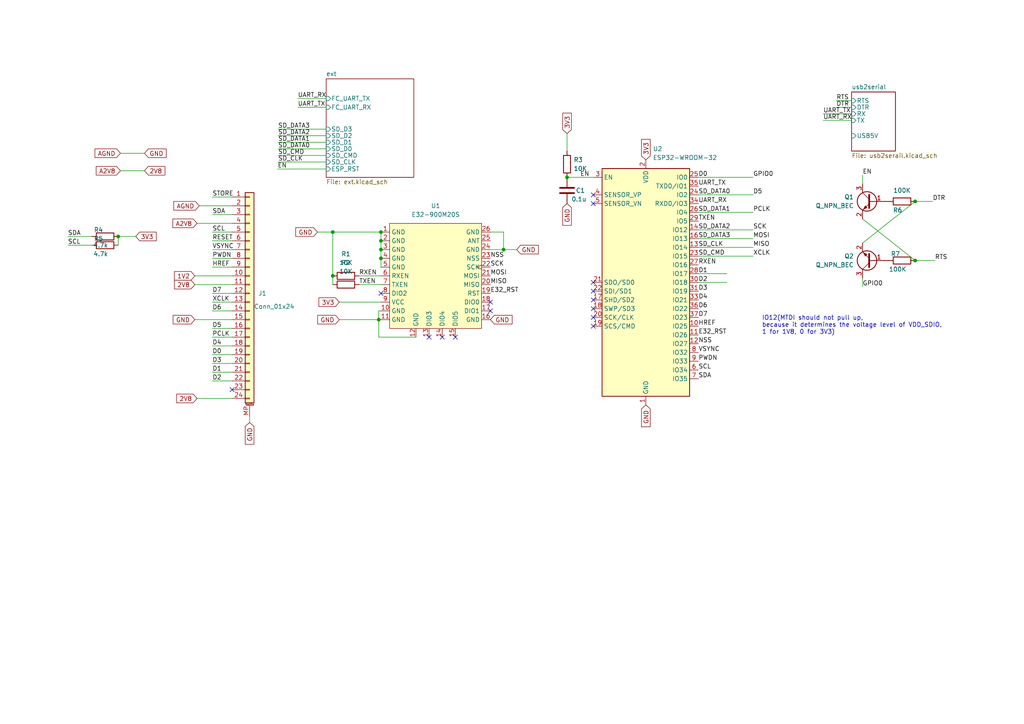
<source format=kicad_sch>
(kicad_sch (version 20211123) (generator eeschema)
  (paper "A4")
  (lib_symbols
    (symbol "Connector_Generic_MountingPin:Conn_01x24_MountingPin" (pin_names (offset 1.016) hide)
      (property "Reference" "J" (at 0 30.48 0))
      (property "Value" "Conn_01x24_MountingPin" (at 1.27 -33.02 0))
      (symbol "Conn_01x24_MountingPin_1_1"
        (rectangle (start -1.27 -30.353) (end 0 -30.607) (stroke (width 0.1524)))
        (rectangle (start -1.27 -27.813) (end 0 -28.067) (stroke (width 0.1524)))
        (rectangle (start -1.27 -25.273) (end 0 -25.527) (stroke (width 0.1524)))
        (rectangle (start -1.27 -22.733) (end 0 -22.987) (stroke (width 0.1524)))
        (rectangle (start -1.27 -20.193) (end 0 -20.447) (stroke (width 0.1524)))
        (rectangle (start -1.27 -17.653) (end 0 -17.907) (stroke (width 0.1524)))
        (rectangle (start -1.27 -15.113) (end 0 -15.367) (stroke (width 0.1524)))
        (rectangle (start -1.27 -12.573) (end 0 -12.827) (stroke (width 0.1524)))
        (rectangle (start -1.27 -10.033) (end 0 -10.287) (stroke (width 0.1524)))
        (rectangle (start -1.27 -7.493) (end 0 -7.747) (stroke (width 0.1524)))
        (rectangle (start -1.27 -4.953) (end 0 -5.207) (stroke (width 0.1524)))
        (rectangle (start -1.27 -2.413) (end 0 -2.667) (stroke (width 0.1524)))
        (rectangle (start -1.27 0.127) (end 0 -0.127) (stroke (width 0.1524)))
        (rectangle (start -1.27 2.667) (end 0 2.413) (stroke (width 0.1524)))
        (rectangle (start -1.27 5.207) (end 0 4.953) (stroke (width 0.1524)))
        (rectangle (start -1.27 7.747) (end 0 7.493) (stroke (width 0.1524)))
        (rectangle (start -1.27 10.287) (end 0 10.033) (stroke (width 0.1524)))
        (rectangle (start -1.27 12.827) (end 0 12.573) (stroke (width 0.1524)))
        (rectangle (start -1.27 15.367) (end 0 15.113) (stroke (width 0.1524)))
        (rectangle (start -1.27 17.907) (end 0 17.653) (stroke (width 0.1524)))
        (rectangle (start -1.27 20.447) (end 0 20.193) (stroke (width 0.1524)))
        (rectangle (start -1.27 22.987) (end 0 22.733) (stroke (width 0.1524)))
        (rectangle (start -1.27 25.527) (end 0 25.273) (stroke (width 0.1524)))
        (rectangle (start -1.27 28.067) (end 0 27.813) (stroke (width 0.1524)))
        (rectangle (start -1.27 29.21) (end 1.27 -31.75) (stroke (width 0.254)) (fill (type background)))
        (polyline (pts (xy -1.016 -32.512) (xy 1.016 -32.512)) (stroke (width 0.1524)))
        (text "Mounting" (at 0 -32.131 0) (effects (font (size 0.381 0.381))))
        (pin passive line (at -5.08 27.94 0) (length 3.81) (name "Pin_1") (number "1"))
        (pin passive line (at -5.08 5.08 0) (length 3.81) (name "Pin_10") (number "10"))
        (pin passive line (at -5.08 2.54 0) (length 3.81) (name "Pin_11") (number "11"))
        (pin passive line (at -5.08 0 0) (length 3.81) (name "Pin_12") (number "12"))
        (pin passive line (at -5.08 -2.54 0) (length 3.81) (name "Pin_13") (number "13"))
        (pin passive line (at -5.08 -5.08 0) (length 3.81) (name "Pin_14") (number "14"))
        (pin passive line (at -5.08 -7.62 0) (length 3.81) (name "Pin_15") (number "15"))
        (pin passive line (at -5.08 -10.16 0) (length 3.81) (name "Pin_16") (number "16"))
        (pin passive line (at -5.08 -12.7 0) (length 3.81) (name "Pin_17") (number "17"))
        (pin passive line (at -5.08 -15.24 0) (length 3.81) (name "Pin_18") (number "18"))
        (pin passive line (at -5.08 -17.78 0) (length 3.81) (name "Pin_19") (number "19"))
        (pin passive line (at -5.08 25.4 0) (length 3.81) (name "Pin_2") (number "2"))
        (pin passive line (at -5.08 -20.32 0) (length 3.81) (name "Pin_20") (number "20"))
        (pin passive line (at -5.08 -22.86 0) (length 3.81) (name "Pin_21") (number "21"))
        (pin passive line (at -5.08 -25.4 0) (length 3.81) (name "Pin_22") (number "22"))
        (pin passive line (at -5.08 -27.94 0) (length 3.81) (name "Pin_23") (number "23"))
        (pin passive line (at -5.08 -30.48 0) (length 3.81) (name "Pin_24") (number "24"))
        (pin passive line (at -5.08 22.86 0) (length 3.81) (name "Pin_3") (number "3"))
        (pin passive line (at -5.08 20.32 0) (length 3.81) (name "Pin_4") (number "4"))
        (pin passive line (at -5.08 17.78 0) (length 3.81) (name "Pin_5") (number "5"))
        (pin passive line (at -5.08 15.24 0) (length 3.81) (name "Pin_6") (number "6"))
        (pin passive line (at -5.08 12.7 0) (length 3.81) (name "Pin_7") (number "7"))
        (pin passive line (at -5.08 10.16 0) (length 3.81) (name "Pin_8") (number "8"))
        (pin passive line (at -5.08 7.62 0) (length 3.81) (name "Pin_9") (number "9"))
        (pin passive line (at 0 -35.56 90) (length 3.048) (name "MountPin") (number "MP"))
      )
    )
    (symbol "Device:C" (pin_numbers hide) (pin_names (offset 0.254))
      (property "Reference" "C" (at 0.635 2.54 0))
      (property "Value" "C" (at 0.635 -2.54 0))
      (symbol "C_0_1"
        (polyline (pts (xy -2.032 -0.762) (xy 2.032 -0.762)) (stroke (width 0.508)))
        (polyline (pts (xy -2.032 0.762) (xy 2.032 0.762)) (stroke (width 0.508)))
      )
      (symbol "C_1_1"
        (pin passive line (at 0 3.81 270) (length 2.794) (name "~") (number "1"))
        (pin passive line (at 0 -3.81 90) (length 2.794) (name "~") (number "2"))
      )
    )
    (symbol "Device:Q_NPN_BEC" (pin_names (offset 0) hide)
      (property "Reference" "Q" (at 5.08 1.27 0))
      (property "Value" "Q_NPN_BEC" (at 5.08 -1.27 0))
      (symbol "Q_NPN_BEC_0_1"
        (polyline (pts (xy 0.635 0.635) (xy 2.54 2.54)))
        (polyline (pts (xy 0.635 -0.635) (xy 2.54 -2.54) (xy 2.54 -2.54)))
        (polyline (pts (xy 0.635 1.905) (xy 0.635 -1.905) (xy 0.635 -1.905)) (stroke (width 0.508)))
        (polyline (pts (xy 1.27 -1.778) (xy 1.778 -1.27) (xy 2.286 -2.286) (xy 1.27 -1.778) (xy 1.27 -1.778)) (fill (type outline)))
        (circle (center 1.27 0) (radius 2.8194) (stroke (width 0.254)))
      )
      (symbol "Q_NPN_BEC_1_1"
        (pin input line (at -5.08 0 0) (length 5.715) (name "B") (number "1"))
        (pin passive line (at 2.54 -5.08 90) (length 2.54) (name "E") (number "2"))
        (pin passive line (at 2.54 5.08 270) (length 2.54) (name "C") (number "3"))
      )
    )
    (symbol "Device:R" (pin_numbers hide) (pin_names (offset 0))
      (property "Reference" "R" (at 2.032 0 90))
      (property "Value" "R" (at 0 0 90))
      (symbol "R_0_1"
        (rectangle (start -1.016 -2.54) (end 1.016 2.54) (stroke (width 0.254)))
      )
      (symbol "R_1_1"
        (pin passive line (at 0 3.81 270) (length 1.27) (name "~") (number "1"))
        (pin passive line (at 0 -3.81 90) (length 1.27) (name "~") (number "2"))
      )
    )
    (symbol "RF_Module:ESP32-WROOM-32"
      (property "Reference" "U" (at -12.7 34.29 0))
      (property "Value" "ESP32-WROOM-32" (at 1.27 34.29 0))
      (symbol "ESP32-WROOM-32_0_1"
        (rectangle (start -12.7 33.02) (end 12.7 -33.02) (stroke (width 0.254)) (fill (type background)))
      )
      (symbol "ESP32-WROOM-32_1_1"
        (pin power_in line (at 0 -35.56 90) (length 2.54) (name "GND") (number "1"))
        (pin bidirectional line (at 15.24 -12.7 180) (length 2.54) (name "IO25") (number "10"))
        (pin bidirectional line (at 15.24 -15.24 180) (length 2.54) (name "IO26") (number "11"))
        (pin bidirectional line (at 15.24 -17.78 180) (length 2.54) (name "IO27") (number "12"))
        (pin bidirectional line (at 15.24 10.16 180) (length 2.54) (name "IO14") (number "13"))
        (pin bidirectional line (at 15.24 15.24 180) (length 2.54) (name "IO12") (number "14"))
        (pin passive line (at 0 -35.56 90) (length 2.54) hide (name "GND") (number "15"))
        (pin bidirectional line (at 15.24 12.7 180) (length 2.54) (name "IO13") (number "16"))
        (pin bidirectional line (at -15.24 -5.08 0) (length 2.54) (name "SHD/SD2") (number "17"))
        (pin bidirectional line (at -15.24 -7.62 0) (length 2.54) (name "SWP/SD3") (number "18"))
        (pin bidirectional line (at -15.24 -12.7 0) (length 2.54) (name "SCS/CMD") (number "19"))
        (pin power_in line (at 0 35.56 270) (length 2.54) (name "VDD") (number "2"))
        (pin bidirectional line (at -15.24 -10.16 0) (length 2.54) (name "SCK/CLK") (number "20"))
        (pin bidirectional line (at -15.24 0 0) (length 2.54) (name "SDO/SD0") (number "21"))
        (pin bidirectional line (at -15.24 -2.54 0) (length 2.54) (name "SDI/SD1") (number "22"))
        (pin bidirectional line (at 15.24 7.62 180) (length 2.54) (name "IO15") (number "23"))
        (pin bidirectional line (at 15.24 25.4 180) (length 2.54) (name "IO2") (number "24"))
        (pin bidirectional line (at 15.24 30.48 180) (length 2.54) (name "IO0") (number "25"))
        (pin bidirectional line (at 15.24 20.32 180) (length 2.54) (name "IO4") (number "26"))
        (pin bidirectional line (at 15.24 5.08 180) (length 2.54) (name "IO16") (number "27"))
        (pin bidirectional line (at 15.24 2.54 180) (length 2.54) (name "IO17") (number "28"))
        (pin bidirectional line (at 15.24 17.78 180) (length 2.54) (name "IO5") (number "29"))
        (pin input line (at -15.24 30.48 0) (length 2.54) (name "EN") (number "3"))
        (pin bidirectional line (at 15.24 0 180) (length 2.54) (name "IO18") (number "30"))
        (pin bidirectional line (at 15.24 -2.54 180) (length 2.54) (name "IO19") (number "31"))
        (pin no_connect line (at -12.7 -27.94 0) (length 2.54) hide (name "NC") (number "32"))
        (pin bidirectional line (at 15.24 -5.08 180) (length 2.54) (name "IO21") (number "33"))
        (pin bidirectional line (at 15.24 22.86 180) (length 2.54) (name "RXD0/IO3") (number "34"))
        (pin bidirectional line (at 15.24 27.94 180) (length 2.54) (name "TXD0/IO1") (number "35"))
        (pin bidirectional line (at 15.24 -7.62 180) (length 2.54) (name "IO22") (number "36"))
        (pin bidirectional line (at 15.24 -10.16 180) (length 2.54) (name "IO23") (number "37"))
        (pin passive line (at 0 -35.56 90) (length 2.54) hide (name "GND") (number "38"))
        (pin passive line (at 0 -35.56 90) (length 2.54) hide (name "GND") (number "39"))
        (pin input line (at -15.24 25.4 0) (length 2.54) (name "SENSOR_VP") (number "4"))
        (pin input line (at -15.24 22.86 0) (length 2.54) (name "SENSOR_VN") (number "5"))
        (pin input line (at 15.24 -25.4 180) (length 2.54) (name "IO34") (number "6"))
        (pin input line (at 15.24 -27.94 180) (length 2.54) (name "IO35") (number "7"))
        (pin bidirectional line (at 15.24 -20.32 180) (length 2.54) (name "IO32") (number "8"))
        (pin bidirectional line (at 15.24 -22.86 180) (length 2.54) (name "IO33") (number "9"))
      )
    )
    (symbol "modules:E32-900M20S"
      (property "Reference" "U?" (at 13.335 11.43 0))
      (property "Value" "E32-900M20S" (at 13.335 8.89 0))
      (symbol "E32-900M20S_0_0"
        (pin power_in line (at -2.54 -19.05 0) (length 2.54) (name "GND") (number "10"))
        (pin power_in line (at -2.54 -21.59 0) (length 2.54) (name "GND") (number "11"))
        (pin power_in line (at 7.62 -26.67 90) (length 2.54) (name "GND") (number "12"))
        (pin power_in line (at 11.43 -26.67 90) (length 2.54) (name "DIO3") (number "13"))
        (pin power_in line (at 15.24 -26.67 90) (length 2.54) (name "DIO4") (number "14"))
        (pin power_in line (at 19.05 -26.67 90) (length 2.54) (name "DIO5") (number "15"))
        (pin power_in line (at 29.21 -21.59 180) (length 2.54) (name "GND") (number "16"))
        (pin output line (at 29.21 -19.05 180) (length 2.54) (name "DIO1") (number "17"))
        (pin output line (at 29.21 -16.51 180) (length 2.54) (name "DIO0") (number "18"))
        (pin input line (at 29.21 -13.97 180) (length 2.54) (name "RST") (number "19"))
        (pin power_in line (at -2.54 1.27 0) (length 2.54) (name "GND") (number "2"))
        (pin output line (at 29.21 -11.43 180) (length 2.54) (name "MISO") (number "20"))
        (pin input line (at 29.21 -8.89 180) (length 2.54) (name "MOSI") (number "21"))
        (pin input clock (at 29.21 -6.35 180) (length 2.54) (name "SCK") (number "22"))
        (pin input line (at 29.21 -3.81 180) (length 2.54) (name "NSS") (number "23"))
        (pin power_in line (at 29.21 -1.27 180) (length 2.54) (name "GND") (number "24"))
        (pin output line (at 29.21 1.27 180) (length 2.54) (name "ANT") (number "25"))
        (pin power_in line (at 29.21 3.81 180) (length 2.54) (name "GND") (number "26"))
        (pin power_in line (at -2.54 -1.27 0) (length 2.54) (name "GND") (number "3"))
        (pin power_in line (at -2.54 -3.81 0) (length 2.54) (name "GND") (number "4"))
        (pin power_in line (at -2.54 -6.35 0) (length 2.54) (name "GND") (number "5"))
        (pin input line (at -2.54 -8.89 0) (length 2.54) (name "RXEN") (number "6"))
        (pin input line (at -2.54 -11.43 0) (length 2.54) (name "TXEN") (number "7"))
        (pin output line (at -2.54 -13.97 0) (length 2.54) (name "DIO2") (number "8"))
        (pin power_in line (at -2.54 -16.51 0) (length 2.54) (name "VCC") (number "9"))
      )
      (symbol "E32-900M20S_0_1"
        (rectangle (start 0 6.35) (end 26.67 -24.13) (fill (type background)))
      )
      (symbol "E32-900M20S_1_1"
        (pin power_in line (at -2.54 3.81 0) (length 2.54) (name "GND") (number "1"))
      )
    )
  )
  (junction (at 96.52 80.01))
  (junction (at 109.855 92.71))
  (junction (at 110.49 67.31))
  (junction (at 164.465 51.435))
  (junction (at 110.49 72.39))
  (junction (at 96.52 67.31))
  (junction (at 146.05 72.39))
  (junction (at 34.29 68.58))
  (junction (at 265.43 75.565))
  (junction (at 110.49 74.93))
  (junction (at 110.49 69.85))
  (junction (at 265.43 58.42))
  (no_connect (at 172.085 94.615))
  (no_connect (at 142.24 90.17))
  (no_connect (at 142.24 87.63))
  (no_connect (at 110.49 85.09))
  (no_connect (at 132.08 97.79))
  (no_connect (at 124.46 97.79))
  (no_connect (at 128.27 97.79))
  (no_connect (at 172.085 56.515))
  (no_connect (at 172.085 59.055))
  (no_connect (at 172.085 81.915))
  (no_connect (at 172.085 84.455))
  (no_connect (at 172.085 86.995))
  (no_connect (at 172.085 89.535))
  (no_connect (at 172.085 92.075))
  (no_connect (at 67.31 113.03))
  (wire (pts (xy 57.785 59.69) (xy 67.31 59.69)))
  (wire (pts (xy 104.14 82.55) (xy 110.49 82.55)))
  (wire (pts (xy 61.595 97.79) (xy 67.31 97.79)))
  (wire (pts (xy 110.49 90.17) (xy 109.855 90.17)))
  (wire (pts (xy 61.595 67.31) (xy 67.31 67.31)))
  (wire (pts (xy 61.595 90.17) (xy 67.31 90.17)))
  (wire (pts (xy 109.855 92.71) (xy 110.49 92.71)))
  (wire (pts (xy 146.05 67.31) (xy 146.05 72.39)))
  (wire (pts (xy 61.595 85.09) (xy 67.31 85.09)))
  (wire (pts (xy 61.595 74.93) (xy 67.31 74.93)))
  (wire (pts (xy 202.565 56.515) (xy 218.44 56.515)))
  (wire (pts (xy 80.645 45.085) (xy 94.615 45.085)))
  (wire (pts (xy 202.565 51.435) (xy 218.44 51.435)))
  (wire (pts (xy 146.05 72.39) (xy 142.24 72.39)))
  (wire (pts (xy 109.855 97.79) (xy 109.855 92.71)))
  (wire (pts (xy 61.595 69.85) (xy 67.31 69.85)))
  (wire (pts (xy 238.76 33.02) (xy 247.015 33.02)))
  (wire (pts (xy 61.595 87.63) (xy 67.31 87.63)))
  (wire (pts (xy 96.52 67.31) (xy 96.52 80.01)))
  (wire (pts (xy 104.14 80.01) (xy 110.49 80.01)))
  (wire (pts (xy 210.82 81.915) (xy 202.565 81.915)))
  (wire (pts (xy 61.595 102.87) (xy 67.31 102.87)))
  (wire (pts (xy 120.65 97.79) (xy 109.855 97.79)))
  (wire (pts (xy 86.36 28.575) (xy 94.615 28.575)))
  (wire (pts (xy 34.925 44.45) (xy 41.91 44.45)))
  (wire (pts (xy 61.595 57.15) (xy 67.31 57.15)))
  (wire (pts (xy 210.82 79.375) (xy 202.565 79.375)))
  (wire (pts (xy 96.52 80.01) (xy 96.52 82.55)))
  (wire (pts (xy 80.645 39.37) (xy 94.615 39.37)))
  (wire (pts (xy 250.19 50.8) (xy 250.19 53.34)))
  (wire (pts (xy 265.43 75.565) (xy 271.145 75.565)))
  (wire (pts (xy 109.855 90.17) (xy 109.855 92.71)))
  (wire (pts (xy 164.465 38.735) (xy 164.465 43.815)))
  (wire (pts (xy 110.49 69.85) (xy 110.49 72.39)))
  (wire (pts (xy 142.24 67.31) (xy 146.05 67.31)))
  (wire (pts (xy 250.19 83.185) (xy 250.19 80.645)))
  (wire (pts (xy 39.37 68.58) (xy 34.29 68.58)))
  (wire (pts (xy 238.76 34.925) (xy 247.015 34.925)))
  (wire (pts (xy 86.36 31.115) (xy 94.615 31.115)))
  (wire (pts (xy 61.595 105.41) (xy 67.31 105.41)))
  (wire (pts (xy 72.39 122.555) (xy 72.39 120.65)))
  (wire (pts (xy 57.15 115.57) (xy 67.31 115.57)))
  (wire (pts (xy 19.685 68.58) (xy 26.67 68.58)))
  (wire (pts (xy 265.43 58.42) (xy 270.51 58.42)))
  (wire (pts (xy 61.595 100.33) (xy 67.31 100.33)))
  (wire (pts (xy 202.565 74.295) (xy 218.44 74.295)))
  (wire (pts (xy 242.57 31.115) (xy 247.015 31.115)))
  (wire (pts (xy 110.49 72.39) (xy 110.49 74.93)))
  (wire (pts (xy 80.645 43.18) (xy 94.615 43.18)))
  (wire (pts (xy 61.595 107.95) (xy 67.31 107.95)))
  (wire (pts (xy 80.645 37.465) (xy 94.615 37.465)))
  (wire (pts (xy 34.29 68.58) (xy 34.29 71.12)))
  (wire (pts (xy 80.518 49.022) (xy 94.615 49.022)))
  (wire (pts (xy 149.86 72.39) (xy 146.05 72.39)))
  (wire (pts (xy 61.595 77.47) (xy 67.31 77.47)))
  (wire (pts (xy 250.19 63.5) (xy 265.43 75.565)))
  (wire (pts (xy 80.645 41.275) (xy 94.615 41.275)))
  (wire (pts (xy 57.15 64.77) (xy 67.31 64.77)))
  (wire (pts (xy 202.565 61.595) (xy 218.44 61.595)))
  (wire (pts (xy 164.465 51.435) (xy 172.085 51.435)))
  (wire (pts (xy 56.515 92.71) (xy 67.31 92.71)))
  (wire (pts (xy 61.595 110.49) (xy 67.31 110.49)))
  (wire (pts (xy 98.425 92.71) (xy 109.855 92.71)))
  (wire (pts (xy 96.52 67.31) (xy 110.49 67.31)))
  (wire (pts (xy 202.565 66.675) (xy 218.44 66.675)))
  (wire (pts (xy 61.595 62.23) (xy 67.31 62.23)))
  (wire (pts (xy 110.49 67.31) (xy 110.49 69.85)))
  (wire (pts (xy 98.425 87.63) (xy 110.49 87.63)))
  (wire (pts (xy 34.925 49.53) (xy 41.91 49.53)))
  (wire (pts (xy 61.595 72.39) (xy 67.31 72.39)))
  (wire (pts (xy 56.515 82.55) (xy 67.31 82.55)))
  (wire (pts (xy 242.57 29.21) (xy 247.015 29.21)))
  (wire (pts (xy 92.075 67.31) (xy 96.52 67.31)))
  (wire (pts (xy 110.49 74.93) (xy 110.49 77.47)))
  (wire (pts (xy 202.565 69.215) (xy 218.44 69.215)))
  (wire (pts (xy 265.43 58.42) (xy 250.19 70.485)))
  (wire (pts (xy 202.565 71.755) (xy 218.44 71.755)))
  (wire (pts (xy 19.685 71.12) (xy 26.67 71.12)))
  (wire (pts (xy 61.595 95.25) (xy 67.31 95.25)))
  (wire (pts (xy 80.645 46.99) (xy 94.615 46.99)))
  (wire (pts (xy 56.515 80.01) (xy 67.31 80.01)))
  (text "IO12(MTDI should not pull up, \nbecause it determines the voltage level of VDD_SDIO,\n1 for 1V8, 0 for 3V3)" (at 220.98 97.155 0) (effects (font (size 1.27 1.27)) (justify left bottom)))
  (label "SCL" (at 202.565 107.315 0))
  (label "D1" (at 202.565 79.375 0))
  (label "SD_DATA2" (at 80.645 39.37 0))
  (label "D4" (at 61.595 100.33 0))
  (label "NSS" (at 142.24 74.93 0))
  (label "UART_RX" (at 202.565 59.055 0))
  (label "E32_RST" (at 202.565 97.155 0))
  (label "SCK" (at 142.24 77.47 0))
  (label "SCK" (at 218.44 66.675 0))
  (label "UART_RX" (at 238.76 34.925 0))
  (label "RTS" (at 242.57 29.21 0))
  (label "XCLK" (at 61.595 87.63 0))
  (label "D0" (at 61.595 102.87 0))
  (label "EN" (at 80.518 49.022 0))
  (label "D5" (at 218.44 56.515 0))
  (label "RTS" (at 271.145 75.565 0))
  (label "HREF" (at 61.595 77.47 0))
  (label "GPIO0" (at 250.19 83.185 0))
  (label "D2" (at 202.565 81.915 0))
  (label "D3" (at 202.565 84.455 0))
  (label "VSYNC" (at 61.595 72.39 0))
  (label "RESET" (at 61.595 69.85 0))
  (label "GPIO0" (at 218.44 51.435 0))
  (label "SD_DATA1" (at 202.565 61.595 0))
  (label "SCL" (at 61.595 67.31 0))
  (label "MOSI" (at 218.44 69.215 0))
  (label "SDA" (at 61.595 62.23 0))
  (label "NSS" (at 202.565 99.695 0))
  (label "D7" (at 202.565 92.075 0))
  (label "E32_RST" (at 142.24 85.09 0))
  (label "D5" (at 61.595 95.25 0))
  (label "PWDN" (at 202.565 104.775 0))
  (label "SD_CMD" (at 202.565 74.295 0))
  (label "HREF" (at 202.565 94.615 0))
  (label "UART_TX" (at 238.76 33.02 0))
  (label "EN" (at 250.19 50.8 0))
  (label "SD_DATA2" (at 202.565 66.675 0))
  (label "UART_TX" (at 86.36 31.115 0))
  (label "D6" (at 61.595 90.17 0))
  (label "SDA" (at 202.565 109.855 0))
  (label "D1" (at 61.595 107.95 0))
  (label "SD_DATA3" (at 80.645 37.465 0))
  (label "SD_CLK" (at 202.565 71.755 0))
  (label "MOSI" (at 142.24 80.01 0))
  (label "D7" (at 61.595 85.09 0))
  (label "SCL" (at 19.685 71.12 0))
  (label "UART_RX" (at 86.36 28.575 0))
  (label "D4" (at 202.565 86.995 0))
  (label "SD_DATA0" (at 80.645 43.18 0))
  (label "SDA" (at 19.685 68.58 0))
  (label "VSYNC" (at 202.565 102.235 0))
  (label "TXEN" (at 104.14 82.55 0))
  (label "SD_DATA0" (at 202.565 56.515 0))
  (label "PCLK" (at 218.44 61.595 0))
  (label "MISO" (at 142.24 82.55 0))
  (label "DTR" (at 270.51 58.42 0))
  (label "SD_CMD" (at 80.645 45.085 0))
  (label "SD_DATA1" (at 80.645 41.275 0))
  (label "MISO" (at 218.44 71.755 0))
  (label "PWDN" (at 61.595 74.93 0))
  (label "SD_DATA3" (at 202.565 69.215 0))
  (label "PCLK" (at 61.595 97.79 0))
  (label "UART_TX" (at 202.565 53.975 0))
  (label "DTR" (at 242.57 31.115 0))
  (label "EN" (at 168.275 51.435 0))
  (label "XCLK" (at 218.44 74.295 0))
  (label "SD_CLK" (at 80.645 46.99 0))
  (label "D3" (at 61.595 105.41 0))
  (label "RXEN" (at 104.14 80.01 0))
  (label "D6" (at 202.565 89.535 0))
  (label "STORE" (at 61.595 57.15 0))
  (label "D2" (at 61.595 110.49 0))
  (label "RXEN" (at 202.565 76.835 0))
  (label "TXEN" (at 202.565 64.135 0))
  (label "D0" (at 202.565 51.435 0))
  (global_label "3V3" (shape input) (at 98.425 87.63 180) (property "Intersheet References" "${INTERSHEET_REFS}" (effects hide)))
  (global_label "GND" (shape input) (at 41.91 44.45 0) (property "Intersheet References" "${INTERSHEET_REFS}" (effects hide)))
  (global_label "2V8" (shape input) (at 41.91 49.53 0) (property "Intersheet References" "${INTERSHEET_REFS}" (effects hide)))
  (global_label "3V3" (shape input) (at 164.465 38.735 90) (property "Intersheet References" "${INTERSHEET_REFS}" (effects hide)))
  (global_label "3V3" (shape input) (at 187.325 46.355 90) (property "Intersheet References" "${INTERSHEET_REFS}" (effects hide)))
  (global_label "A2V8" (shape input) (at 34.925 49.53 180) (property "Intersheet References" "${INTERSHEET_REFS}" (effects hide)))
  (global_label "GND" (shape input) (at 142.24 92.71 0) (property "Intersheet References" "${INTERSHEET_REFS}" (effects hide)))
  (global_label "GND" (shape input) (at 72.39 122.555 270) (property "Intersheet References" "${INTERSHEET_REFS}" (effects hide)))
  (global_label "GND" (shape input) (at 187.325 117.475 270) (property "Intersheet References" "${INTERSHEET_REFS}" (effects hide)))
  (global_label "GND" (shape input) (at 56.515 92.71 180) (property "Intersheet References" "${INTERSHEET_REFS}" (effects hide)))
  (global_label "1V2" (shape input) (at 56.515 80.01 180) (property "Intersheet References" "${INTERSHEET_REFS}" (effects hide)))
  (global_label "GND" (shape input) (at 98.425 92.71 180) (property "Intersheet References" "${INTERSHEET_REFS}" (effects hide)))
  (global_label "AGND" (shape input) (at 57.785 59.69 180) (property "Intersheet References" "${INTERSHEET_REFS}" (effects hide)))
  (global_label "GND" (shape input) (at 92.075 67.31 180) (property "Intersheet References" "${INTERSHEET_REFS}" (effects hide)))
  (global_label "GND" (shape input) (at 164.465 59.055 270) (property "Intersheet References" "${INTERSHEET_REFS}" (effects hide)))
  (global_label "A2V8" (shape input) (at 57.15 64.77 180) (property "Intersheet References" "${INTERSHEET_REFS}" (effects hide)))
  (global_label "GND" (shape input) (at 149.86 72.39 0) (property "Intersheet References" "${INTERSHEET_REFS}" (effects hide)))
  (global_label "2V8" (shape input) (at 57.15 115.57 180) (property "Intersheet References" "${INTERSHEET_REFS}" (effects hide)))
  (global_label "3V3" (shape input) (at 39.37 68.58 0) (property "Intersheet References" "${INTERSHEET_REFS}" (effects hide)))
  (global_label "2V8" (shape input) (at 56.515 82.55 180) (property "Intersheet References" "${INTERSHEET_REFS}" (effects hide)))
  (global_label "AGND" (shape input) (at 34.925 44.45 180) (property "Intersheet References" "${INTERSHEET_REFS}" (effects hide)))
  (symbol (lib_id "Device:R") (at 100.33 82.55 90) (unit 1)
    (property "Reference" "R2" (at 100.33 76.2 90))
    (property "Value" "10K" (at 100.33 78.74 90))
    (property "Footprint" "Resistor_SMD:R_0603_1608Metric" (effects hide))
  )
  (symbol (lib_id "Device:R") (at 30.48 68.58 90) (unit 1)
    (property "Reference" "R4" (at 28.575 66.675 90))
    (property "Value" "4.7k" (at 29.21 71.12 90))
    (property "Footprint" "Resistor_SMD:R_0603_1608Metric" (effects hide))
  )
  (symbol (lib_id "Device:Q_NPN_BEC") (at 252.73 58.42 0) (mirror y) (unit 1)
    (property "Reference" "Q1" (at 247.65 57.1499 0) (effects (justify left)))
    (property "Value" "Q_NPN_BEC" (at 247.65 59.6899 0) (effects (justify left)))
    (property "Footprint" "Package_TO_SOT_SMD:TSOT-23" (effects hide))
  )
  (symbol (lib_id "modules:E32-900M20S") (at 113.03 71.12 0) (unit 1)
    (property "Reference" "U1" (at 126.365 59.69 0))
    (property "Value" "E32-900M20S" (at 126.365 62.23 0))
    (property "Footprint" "E32-900M20S_Pcblib:E32-900M20S" (effects hide))
  )
  (symbol (lib_id "Device:R") (at 100.33 80.01 90) (unit 1)
    (property "Reference" "R1" (at 100.33 73.66 90))
    (property "Value" "10K" (at 100.33 76.2 90))
    (property "Footprint" "Resistor_SMD:R_0603_1608Metric" (effects hide))
  )
  (symbol (lib_id "Device:Q_NPN_BEC") (at 252.73 75.565 180) (unit 1)
    (property "Reference" "Q2" (at 247.65 74.2949 0) (effects (justify left)))
    (property "Value" "Q_NPN_BEC" (at 247.65 76.8349 0) (effects (justify left)))
    (property "Footprint" "Package_TO_SOT_SMD:TSOT-23" (effects hide))
  )
  (symbol (lib_id "Connector_Generic_MountingPin:Conn_01x24_MountingPin") (at 72.39 85.09 0) (unit 1)
    (property "Reference" "J1" (at 74.93 85.0899 0) (effects (justify left)))
    (property "Value" "Conn_01x24" (at 73.66 88.9 0) (effects (justify left)))
    (property "Footprint" "Connector_FFC-FPC:Hirose_FH12-24S-0.5SH_1x24-1MP_P0.50mm_Horizontal" (effects hide))
  )
  (symbol (lib_id "Device:R") (at 164.465 47.625 180) (unit 1)
    (property "Reference" "R3" (at 166.37 46.3549 0) (effects (justify right)))
    (property "Value" "10K" (at 166.37 48.8949 0) (effects (justify right)))
    (property "Footprint" "Resistor_SMD:R_0603_1608Metric" (effects hide))
  )
  (symbol (lib_id "Device:R") (at 30.48 71.12 90) (unit 1)
    (property "Reference" "R5" (at 28.575 69.215 90))
    (property "Value" "4.7k" (at 29.21 73.66 90))
    (property "Footprint" "Resistor_SMD:R_0603_1608Metric" (effects hide))
  )
  (symbol (lib_id "Device:C") (at 164.465 55.245 0) (unit 1)
    (property "Reference" "C1" (at 167.005 55.245 0) (effects (justify left)))
    (property "Value" "0.1u" (at 165.735 57.785 0) (effects (justify left)))
    (property "Footprint" "Capacitor_SMD:C_0603_1608Metric" (effects hide))
  )
  (symbol (lib_id "RF_Module:ESP32-WROOM-32") (at 187.325 81.915 0) (unit 1)
    (property "Reference" "U2" (at 189.3444 43.18 0) (effects (justify left)))
    (property "Value" "ESP32-WROOM-32" (at 189.3444 45.72 0) (effects (justify left)))
    (property "Footprint" "RF_Module:ESP32-WROOM-32" (effects hide))
    (property "Datasheet" "https://www.espressif.com/sites/default/files/documentation/esp32-wroom-32_datasheet_en.pdf" (effects hide))
  )
  (symbol (lib_id "Device:R") (at 261.62 75.565 90) (unit 1)
    (property "Reference" "R7" (at 259.715 73.66 90))
    (property "Value" "100K" (at 260.35 78.105 90))
    (property "Footprint" "Resistor_SMD:R_0603_1608Metric" (effects hide))
  )
  (symbol (lib_id "Device:R") (at 261.62 58.42 90) (unit 1)
    (property "Reference" "R6" (at 260.35 60.96 90))
    (property "Value" "100K" (at 261.62 55.245 90))
    (property "Footprint" "Resistor_SMD:R_0603_1608Metric" (effects hide))
  )
  (sheet (at 94.615 22.86) (size 25.4 28.575) (stroke (width 0.1524))
    (property "Sheet name" "ext" (at 94.615 22.1484 0) (effects (justify left bottom)))
    (property "Sheet file" "ext.kicad_sch" (at 94.615 52.0196 0) (effects (justify left top)))
    (pin "SD_D1" input (at 94.615 41.275 180))
    (pin "SD_D2" input (at 94.615 39.37 180))
    (pin "SD_D0" input (at 94.615 43.18 180))
    (pin "SD_CMD" input (at 94.615 45.085 180))
    (pin "SD_CLK" input (at 94.615 46.99 180))
    (pin "SD_D3" input (at 94.615 37.465 180))
    (pin "FC_UART_TX" input (at 94.615 28.575 180))
    (pin "FC_UART_RX" input (at 94.615 31.115 180))
    (pin "ESP_RST" input (at 94.615 49.022 180))
  )
  (sheet (at 247.015 26.67) (size 12.7 17.145) (stroke (width 0.1524))
    (property "Sheet name" "usb2serial" (at 247.015 25.9584 0) (effects (justify left bottom)))
    (property "Sheet file" "usb2serail.kicad_sch" (at 247.015 44.3996 0) (effects (justify left top)))
    (pin "RTS" input (at 247.015 29.21 180))
    (pin "DTR" input (at 247.015 31.115 180))
    (pin "RX" input (at 247.015 33.02 180))
    (pin "TX" input (at 247.015 34.925 180))
    (pin "USB5V" input (at 247.015 39.37 180))
  )
)
</source>
